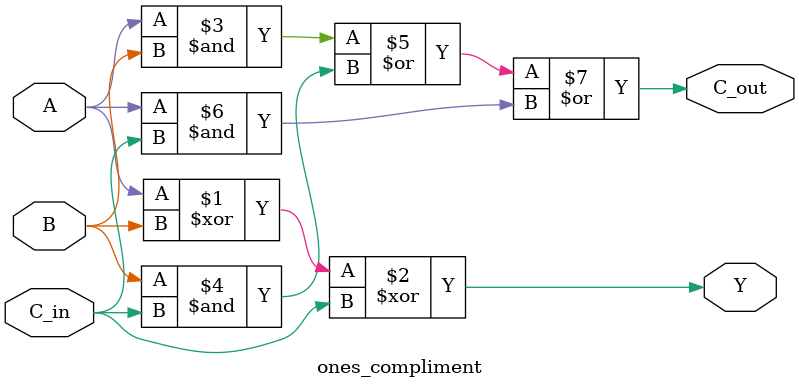
<source format=v>
module ones_compliment(
    input A, B, C_in,
    output C_out, Y
);

assign Y = A ^ B ^ C_in;
assign C_out = (A&B) | (B&C_in) | (A&C_in);

endmodule 
</source>
